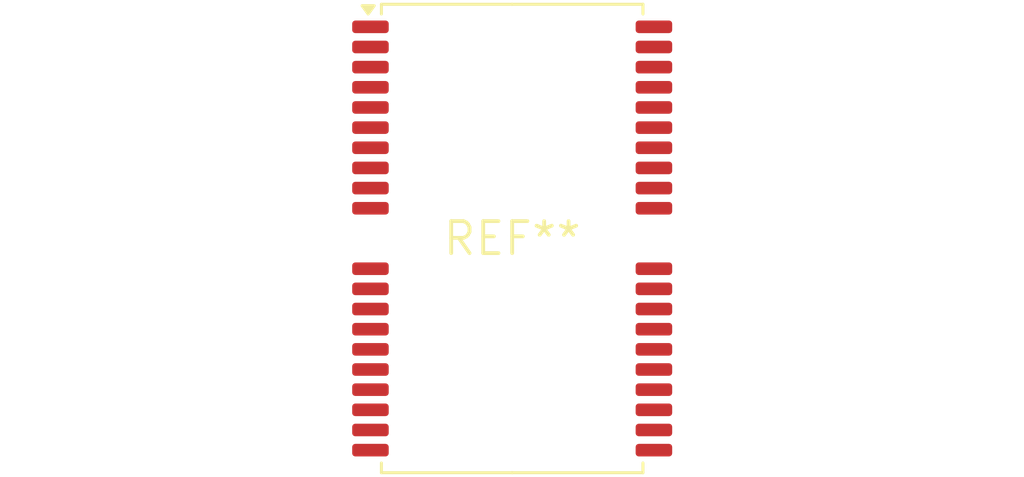
<source format=kicad_pcb>
(kicad_pcb (version 20240108) (generator pcbnew)
  (layers (0 "F.Cu" signal) (31 "B.Cu" signal) (34 "B.Paste" user) (35 "F.Paste" user) (36 "B.SilkS" user "B.Silkscreen") (37 "F.SilkS" user "F.Silkscreen") (38 "B.Mask" user) (39 "F.Mask" user) (44 "Edge.Cuts" user))
  (net 0 "")
  (footprint "TSOP-II-40-44_10.16x18.37mm_P0.8mm" (layer "F.Cu") (at 0 0)
    (property "Reference" "REF**")
    (property "Value" "TSOP-II-40-44_10.16x18.37mm_P0.8mm")
    (fp_line (start -5.19 -9.295) (end -5.19 -8.91) (layer "F.SilkS") (stroke (width 0.12)))
    (fp_line (start -5.19 9.295) (end -5.19 8.91) (layer "F.SilkS") (stroke (width 0.12)))
    (fp_line (start 0 -9.295) (end -5.19 -9.295) (layer "F.SilkS") (stroke (width 0.12)))
    (fp_line (start 0 -9.295) (end 5.19 -9.295) (layer "F.SilkS") (stroke (width 0.12)))
    (fp_line (start 0 9.295) (end -5.19 9.295) (layer "F.SilkS") (stroke (width 0.12)))
    (fp_line (start 0 9.295) (end 5.19 9.295) (layer "F.SilkS") (stroke (width 0.12)))
    (fp_line (start 5.19 -9.295) (end 5.19 -8.91) (layer "F.SilkS") (stroke (width 0.12)))
    (fp_line (start 5.19 9.295) (end 5.19 8.91) (layer "F.SilkS") (stroke (width 0.12)))
    (fp_poly (pts (xy -5.715 -8.91) (xy -5.955 -9.24) (xy -5.475 -9.24) (xy -5.715 -8.91)) (layer "F.SilkS") (stroke (width 0.12)) (fill solid))
    (pad "1" smd roundrect (at -5.625 -8.4) (size 1.45 0.5) (layers "F.Cu" "F.Paste" "F.Mask"))
    (pad "2" smd roundrect (at -5.625 -7.6) (size 1.45 0.5) (layers "F.Cu" "F.Paste" "F.Mask"))
    (pad "3" smd roundrect (at -5.625 -6.8) (size 1.45 0.5) (layers "F.Cu" "F.Paste" "F.Mask"))
    (pad "4" smd roundrect (at -5.625 -6) (size 1.45 0.5) (layers "F.Cu" "F.Paste" "F.Mask"))
    (pad "5" smd roundrect (at -5.625 -5.2) (size 1.45 0.5) (layers "F.Cu" "F.Paste" "F.Mask"))
    (pad "6" smd roundrect (at -5.625 -4.4) (size 1.45 0.5) (layers "F.Cu" "F.Paste" "F.Mask"))
    (pad "7" smd roundrect (at -5.625 -3.6) (size 1.45 0.5) (layers "F.Cu" "F.Paste" "F.Mask"))
    (pad "8" smd roundrect (at -5.625 -2.8) (size 1.45 0.5) (layers "F.Cu" "F.Paste" "F.Mask"))
    (pad "9" smd roundrect (at -5.625 -2) (size 1.45 0.5) (layers "F.Cu" "F.Paste" "F.Mask"))
    (pad "10" smd roundrect (at -5.625 -1.2) (size 1.45 0.5) (layers "F.Cu" "F.Paste" "F.Mask"))
    (pad "13" smd roundrect (at -5.625 1.2) (size 1.45 0.5) (layers "F.Cu" "F.Paste" "F.Mask"))
    (pad "14" smd roundrect (at -5.625 2) (size 1.45 0.5) (layers "F.Cu" "F.Paste" "F.Mask"))
    (pad "15" smd roundrect (at -5.625 2.8) (size 1.45 0.5) (layers "F.Cu" "F.Paste" "F.Mask"))
    (pad "16" smd roundrect (at -5.625 3.6) (size 1.45 0.5) (layers "F.Cu" "F.Paste" "F.Mask"))
    (pad "17" smd roundrect (at -5.625 4.4) (size 1.45 0.5) (layers "F.Cu" "F.Paste" "F.Mask"))
    (pad "18" smd roundrect (at -5.625 5.2) (size 1.45 0.5) (layers "F.Cu" "F.Paste" "F.Mask"))
    (pad "19" smd roundrect (at -5.625 6) (size 1.45 0.5) (layers "F.Cu" "F.Paste" "F.Mask"))
    (pad "20" smd roundrect (at -5.625 6.8) (size 1.45 0.5) (layers "F.Cu" "F.Paste" "F.Mask"))
    (pad "21" smd roundrect (at -5.625 7.6) (size 1.45 0.5) (layers "F.Cu" "F.Paste" "F.Mask"))
    (pad "22" smd roundrect (at -5.625 8.4) (size 1.45 0.5) (layers "F.Cu" "F.Paste" "F.Mask"))
    (pad "23" smd roundrect (at 5.625 8.4) (size 1.45 0.5) (layers "F.Cu" "F.Paste" "F.Mask"))
    (pad "24" smd roundrect (at 5.625 7.6) (size 1.45 0.5) (layers "F.Cu" "F.Paste" "F.Mask"))
    (pad "25" smd roundrect (at 5.625 6.8) (size 1.45 0.5) (layers "F.Cu" "F.Paste" "F.Mask"))
    (pad "26" smd roundrect (at 5.625 6) (size 1.45 0.5) (layers "F.Cu" "F.Paste" "F.Mask"))
    (pad "27" smd roundrect (at 5.625 5.2) (size 1.45 0.5) (layers "F.Cu" "F.Paste" "F.Mask"))
    (pad "28" smd roundrect (at 5.625 4.4) (size 1.45 0.5) (layers "F.Cu" "F.Paste" "F.Mask"))
    (pad "29" smd roundrect (at 5.625 3.6) (size 1.45 0.5) (layers "F.Cu" "F.Paste" "F.Mask"))
    (pad "30" smd roundrect (at 5.625 2.8) (size 1.45 0.5) (layers "F.Cu" "F.Paste" "F.Mask"))
    (pad "31" smd roundrect (at 5.625 2) (size 1.45 0.5) (layers "F.Cu" "F.Paste" "F.Mask"))
    (pad "32" smd roundrect (at 5.625 1.2) (size 1.45 0.5) (layers "F.Cu" "F.Paste" "F.Mask"))
    (pad "35" smd roundrect (at 5.625 -1.2) (size 1.45 0.5) (layers "F.Cu" "F.Paste" "F.Mask"))
    (pad "36" smd roundrect (at 5.625 -2) (size 1.45 0.5) (layers "F.Cu" "F.Paste" "F.Mask"))
    (pad "37" smd roundrect (at 5.625 -2.8) (size 1.45 0.5) (layers "F.Cu" "F.Paste" "F.Mask"))
    (pad "38" smd roundrect (at 5.625 -3.6) (size 1.45 0.5) (layers "F.Cu" "F.Paste" "F.Mask"))
    (pad "39" smd roundrect (at 5.625 -4.4) (size 1.45 0.5) (layers "F.Cu" "F.Paste" "F.Mask"))
    (pad "40" smd roundrect (at 5.625 -5.2) (size 1.45 0.5) (layers "F.Cu" "F.Paste" "F.Mask"))
    (pad "41" smd roundrect (at 5.625 -6) (size 1.45 0.5) (layers "F.Cu" "F.Paste" "F.Mask"))
    (pad "42" smd roundrect (at 5.625 -6.8) (size 1.45 0.5) (layers "F.Cu" "F.Paste" "F.Mask"))
    (pad "43" smd roundrect (at 5.625 -7.6) (size 1.45 0.5) (layers "F.Cu" "F.Paste" "F.Mask"))
    (pad "44" smd roundrect (at 5.625 -8.4) (size 1.45 0.5) (layers "F.Cu" "F.Paste" "F.Mask"))
  )
)
</source>
